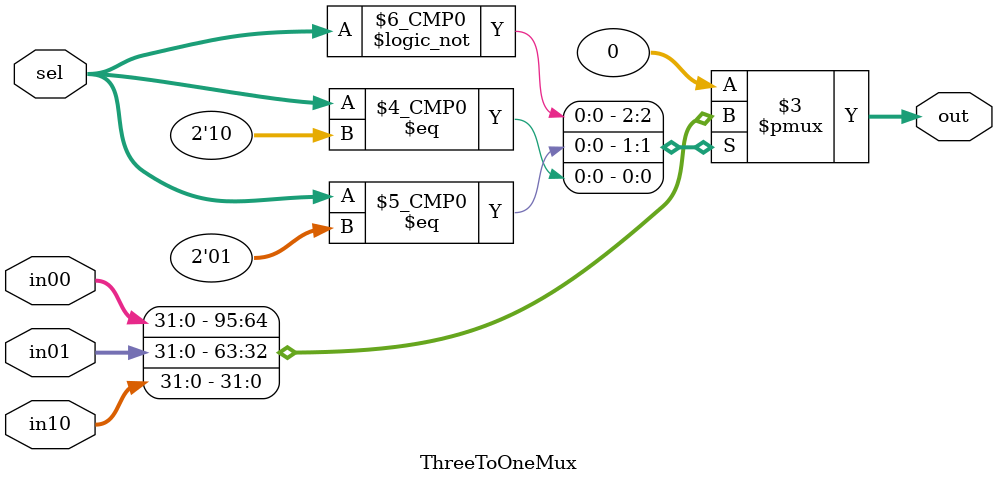
<source format=v>
module ThreeToOneMux(
    input wire [31:0] in00, in01, in10, 
    input wire [1:0] sel,
    output reg [31:0] out
);

    always @(*) begin
        case (sel)
            2'b00: out = in00;
            2'b01: out = in01;
            2'b10: out = in10;
            default: out = 32'b0; // Default case: output is zero
        endcase
    end

endmodule

</source>
